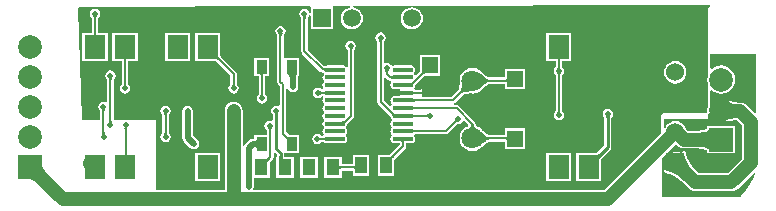
<source format=gtl>
G04*
G04 #@! TF.GenerationSoftware,Altium Limited,Altium Designer,20.1.8 (145)*
G04*
G04 Layer_Physical_Order=1*
G04 Layer_Color=255*
%FSLAX25Y25*%
%MOIN*%
G70*
G04*
G04 #@! TF.SameCoordinates,ADFB47FA-FD8B-4379-A6DC-C8A90555AE01*
G04*
G04*
G04 #@! TF.FilePolarity,Positive*
G04*
G01*
G75*
%ADD11C,0.01000*%
%ADD15R,0.03543X0.04720*%
%ADD16R,0.07087X0.07874*%
%ADD17R,0.04459X0.05421*%
%ADD18R,0.05315X0.05551*%
%ADD19O,0.06858X0.01433*%
%ADD20R,0.03937X0.05510*%
%ADD35C,0.04500*%
%ADD36C,0.00700*%
%ADD37C,0.02000*%
%ADD38C,0.03000*%
%ADD39C,0.07874*%
%ADD40R,0.07874X0.07874*%
%ADD41C,0.07087*%
%ADD42C,0.05906*%
%ADD43R,0.05906X0.05906*%
%ADD44C,0.06000*%
%ADD45R,0.06000X0.06000*%
%ADD46C,0.02000*%
G36*
X679834Y343516D02*
X679774Y343443D01*
X679721Y343368D01*
X679676Y343290D01*
X679637Y343209D01*
X679606Y343125D01*
X679581Y343039D01*
X679564Y342950D01*
X679554Y342858D01*
X679550Y342763D01*
X678850D01*
X678847Y342858D01*
X678836Y342950D01*
X678819Y343039D01*
X678794Y343125D01*
X678762Y343209D01*
X678724Y343290D01*
X678679Y343368D01*
X678626Y343443D01*
X678567Y343516D01*
X678500Y343586D01*
X679900D01*
X679834Y343516D01*
D02*
G37*
G36*
X814436Y346936D02*
X813800Y346300D01*
Y324236D01*
X813582Y323710D01*
X813423Y322500D01*
X813582Y321289D01*
X813800Y320764D01*
Y314236D01*
X813582Y313710D01*
X813423Y312500D01*
X813528Y311700D01*
X813101Y311200D01*
X798700D01*
X798200Y310700D01*
Y304680D01*
X779096Y285576D01*
X662357Y285576D01*
X662121Y286016D01*
X662201Y286137D01*
X662333Y286800D01*
Y289795D01*
X667755D01*
Y295078D01*
X667896Y295243D01*
X668579Y295925D01*
X668811Y296273D01*
X668892Y296683D01*
Y297970D01*
X669392Y298178D01*
X670077Y297493D01*
Y296639D01*
X670076Y296616D01*
X669771D01*
Y295917D01*
X669769Y295909D01*
X669771Y295900D01*
Y289795D01*
X675629D01*
Y296616D01*
X672531D01*
X672529Y296630D01*
X672523Y296689D01*
Y297447D01*
X672528Y297945D01*
X672984Y297945D01*
X677472D01*
Y304065D01*
X674239D01*
X674230Y304067D01*
X674222Y304065D01*
X674068D01*
X673899Y304209D01*
X673171Y304937D01*
Y319429D01*
X673671Y319478D01*
X673699Y319337D01*
X674074Y318774D01*
X674637Y318399D01*
X675300Y318267D01*
X675963Y318399D01*
X676526Y318774D01*
X676901Y319337D01*
X677033Y320000D01*
Y322867D01*
X677052Y323203D01*
X677079Y323417D01*
X677101Y323535D01*
X677472D01*
Y324236D01*
X677473Y324244D01*
X677472Y324253D01*
Y329655D01*
X672771D01*
X672528Y329655D01*
X672271Y330048D01*
Y337144D01*
X672276Y337172D01*
X672284Y337201D01*
X672295Y337229D01*
X672308Y337256D01*
X672324Y337284D01*
X672344Y337313D01*
X672357Y337328D01*
X672426Y337374D01*
X672801Y337937D01*
X672933Y338600D01*
X672801Y339263D01*
X672426Y339826D01*
X671863Y340201D01*
X671200Y340333D01*
X670537Y340201D01*
X669974Y339826D01*
X669599Y339263D01*
X669467Y338600D01*
X669599Y337937D01*
X669974Y337374D01*
X670043Y337328D01*
X670056Y337313D01*
X670076Y337284D01*
X670092Y337256D01*
X670105Y337229D01*
X670116Y337201D01*
X670124Y337172D01*
X670129Y337144D01*
Y321753D01*
X670211Y321343D01*
X670443Y320996D01*
X671029Y320410D01*
Y313924D01*
X670529Y313657D01*
X670463Y313701D01*
X669800Y313833D01*
X669137Y313701D01*
X668574Y313326D01*
X668199Y312763D01*
X668067Y312100D01*
X668199Y311437D01*
X668567Y310886D01*
X668567Y310884D01*
X668573Y310848D01*
X668576Y310806D01*
Y309048D01*
X668077Y308738D01*
X667600Y308833D01*
X666937Y308701D01*
X666374Y308326D01*
X665999Y307763D01*
X665867Y307100D01*
X665999Y306437D01*
X666374Y305874D01*
X666629Y305704D01*
X666674Y305659D01*
X666720Y305627D01*
X666731Y305618D01*
X666737Y305611D01*
X666740Y305608D01*
X666742Y305604D01*
X666745Y305599D01*
X666748Y305589D01*
X666751Y305577D01*
Y304065D01*
X662528D01*
Y302746D01*
X662427Y302738D01*
X661972D01*
X661308Y302606D01*
X660746Y302231D01*
X659374Y300859D01*
X659075Y300412D01*
X658575Y300537D01*
Y312100D01*
X658474Y312870D01*
X658177Y313588D01*
X657704Y314204D01*
X657088Y314677D01*
X656370Y314974D01*
X655600Y315075D01*
X654830Y314974D01*
X654112Y314677D01*
X653496Y314204D01*
X653023Y313588D01*
X652726Y312870D01*
X652625Y312100D01*
Y285576D01*
X629600D01*
Y300300D01*
Y309103D01*
X615571D01*
Y322344D01*
X615576Y322372D01*
X615584Y322401D01*
X615595Y322429D01*
X615608Y322456D01*
X615624Y322484D01*
X615644Y322513D01*
X615657Y322528D01*
X615726Y322574D01*
X616101Y323137D01*
X616233Y323800D01*
X616101Y324463D01*
X615726Y325026D01*
X615163Y325401D01*
X614500Y325533D01*
X613837Y325401D01*
X613274Y325026D01*
X612899Y324463D01*
X612767Y323800D01*
X612899Y323137D01*
X613274Y322574D01*
X613343Y322528D01*
X613356Y322513D01*
X613376Y322484D01*
X613392Y322456D01*
X613405Y322429D01*
X613416Y322401D01*
X613424Y322372D01*
X613429Y322344D01*
Y315324D01*
X612929Y315057D01*
X612863Y315101D01*
X612200Y315233D01*
X611537Y315101D01*
X610974Y314726D01*
X610599Y314163D01*
X610467Y313500D01*
X610599Y312837D01*
X610974Y312274D01*
X611043Y312228D01*
X611056Y312213D01*
X611076Y312184D01*
X611092Y312156D01*
X611105Y312129D01*
X611116Y312102D01*
X611124Y312072D01*
X611129Y312044D01*
Y309103D01*
X605200D01*
X603729Y346373D01*
X604075Y346734D01*
X681166Y346977D01*
X681347Y346478D01*
Y344782D01*
X680847Y344733D01*
X680801Y344963D01*
X680426Y345526D01*
X679863Y345901D01*
X679200Y346033D01*
X678537Y345901D01*
X677974Y345526D01*
X677599Y344963D01*
X677467Y344300D01*
X677599Y343637D01*
X677974Y343074D01*
X678043Y343028D01*
X678056Y343013D01*
X678076Y342984D01*
X678092Y342956D01*
X678105Y342929D01*
X678116Y342901D01*
X678124Y342872D01*
X678129Y342844D01*
Y331900D01*
X678211Y331490D01*
X678443Y331143D01*
X684458Y325128D01*
X684806Y324896D01*
X685215Y324814D01*
X685622Y324530D01*
Y324265D01*
X685583Y324148D01*
X685309Y323738D01*
X685199Y323185D01*
X685309Y322633D01*
X685583Y322223D01*
X685635Y322029D01*
Y321782D01*
X685583Y321589D01*
X685309Y321179D01*
X685199Y320626D01*
X685309Y320074D01*
X685496Y319794D01*
X685340Y319278D01*
X685285Y319254D01*
X685152Y319210D01*
X684965Y319234D01*
X684926Y319293D01*
X684363Y319669D01*
X683700Y319801D01*
X683037Y319669D01*
X682474Y319293D01*
X682099Y318731D01*
X681967Y318067D01*
X682099Y317404D01*
X682474Y316842D01*
X683037Y316466D01*
X683700Y316334D01*
X684363Y316466D01*
X684926Y316842D01*
X684965Y316900D01*
X685152Y316924D01*
X685285Y316881D01*
X685340Y316857D01*
X685496Y316341D01*
X685309Y316061D01*
X685199Y315508D01*
X685309Y314956D01*
X685583Y314546D01*
X685635Y314352D01*
Y314105D01*
X685583Y313912D01*
X685309Y313502D01*
X685199Y312949D01*
X685309Y312397D01*
X685584Y311986D01*
X685635Y311794D01*
Y311544D01*
X685584Y311353D01*
X685309Y310942D01*
X685199Y310389D01*
X685309Y309837D01*
X685583Y309427D01*
X685635Y309233D01*
Y308986D01*
X685583Y308793D01*
X685309Y308383D01*
X685199Y307830D01*
X685309Y307278D01*
X685583Y306868D01*
X685635Y306675D01*
Y306427D01*
X685583Y306234D01*
X685309Y305824D01*
X685199Y305271D01*
X685309Y304719D01*
X685574Y304322D01*
X685578Y304312D01*
X685591Y304243D01*
X685592Y304212D01*
X685364Y303783D01*
X684956D01*
X684928Y303788D01*
X684899Y303797D01*
X684871Y303807D01*
X684844Y303820D01*
X684816Y303836D01*
X684787Y303856D01*
X684772Y303869D01*
X684726Y303938D01*
X684163Y304314D01*
X683500Y304446D01*
X682837Y304314D01*
X682274Y303938D01*
X681899Y303376D01*
X681767Y302712D01*
X681899Y302049D01*
X682274Y301487D01*
X682837Y301111D01*
X683500Y300979D01*
X684163Y301111D01*
X684726Y301487D01*
X684772Y301555D01*
X684787Y301568D01*
X684816Y301589D01*
X684844Y301605D01*
X684871Y301618D01*
X684899Y301628D01*
X684928Y301636D01*
X684956Y301642D01*
X685457D01*
X685473Y301640D01*
X685540Y301631D01*
X685605Y301617D01*
X685668Y301600D01*
X685730Y301580D01*
X685791Y301555D01*
X685851Y301526D01*
X685912Y301493D01*
X685989Y301444D01*
X685995Y301442D01*
X686091Y301378D01*
X686241Y301348D01*
X686249Y301345D01*
X686256Y301345D01*
X686644Y301268D01*
X692069D01*
X692622Y301378D01*
X693090Y301691D01*
X693403Y302160D01*
X693513Y302712D01*
X693403Y303265D01*
X693129Y303675D01*
X693078Y303868D01*
Y304116D01*
X693129Y304309D01*
X693403Y304719D01*
X693513Y305271D01*
X693403Y305824D01*
X693129Y306234D01*
X693078Y306427D01*
Y306675D01*
X693129Y306868D01*
X693310Y307138D01*
X693315Y307142D01*
X693318Y307150D01*
X693403Y307278D01*
X693426Y307391D01*
X693428Y307397D01*
X693449Y307486D01*
X693468Y307552D01*
X693490Y307615D01*
X693516Y307676D01*
X693545Y307734D01*
X693578Y307791D01*
X693614Y307846D01*
X693655Y307900D01*
X693665Y307913D01*
X695491Y309739D01*
X695491Y309739D01*
X695723Y310086D01*
X695805Y310496D01*
X695805Y310496D01*
Y332271D01*
X695811Y332311D01*
X695821Y332354D01*
X695834Y332397D01*
X695850Y332440D01*
X695870Y332484D01*
X695894Y332529D01*
X695922Y332575D01*
X695966Y332640D01*
X695994Y332704D01*
X696170Y332968D01*
X696302Y333631D01*
X696170Y334295D01*
X695794Y334857D01*
X695232Y335233D01*
X694568Y335365D01*
X693905Y335233D01*
X693343Y334857D01*
X692967Y334295D01*
X692835Y333631D01*
X692967Y332968D01*
X693343Y332406D01*
X693532Y332279D01*
X693563Y332244D01*
X693611Y332208D01*
X693627Y332193D01*
X693638Y332181D01*
X693645Y332171D01*
X693650Y332161D01*
X693655Y332150D01*
X693660Y332135D01*
X693664Y332119D01*
Y326807D01*
X693164Y326655D01*
X693090Y326766D01*
X692622Y327079D01*
X692069Y327189D01*
X686644D01*
X686272Y327115D01*
X686271Y327115D01*
X686267Y327114D01*
X686238Y327108D01*
X686230D01*
X686221Y327105D01*
X686091Y327079D01*
X686009Y327024D01*
X686007Y327024D01*
X685983Y327009D01*
X685980Y327008D01*
X685971Y327005D01*
X685863Y326978D01*
X685821Y326972D01*
X685655Y326959D01*
X680271Y332343D01*
Y342844D01*
X680276Y342872D01*
X680284Y342901D01*
X680295Y342929D01*
X680308Y342956D01*
X680324Y342984D01*
X680344Y343013D01*
X680357Y343028D01*
X680426Y343074D01*
X680801Y343637D01*
X680847Y343867D01*
X681347Y343818D01*
Y339247D01*
X688653D01*
Y346501D01*
X688653Y346553D01*
X688776Y347002D01*
X694475Y347020D01*
X694509Y346520D01*
X694046Y346459D01*
X693158Y346091D01*
X692395Y345505D01*
X691809Y344742D01*
X691441Y343854D01*
X691316Y342900D01*
X691441Y341946D01*
X691809Y341058D01*
X692395Y340295D01*
X693158Y339709D01*
X694046Y339341D01*
X695000Y339216D01*
X695954Y339341D01*
X696842Y339709D01*
X697605Y340295D01*
X698191Y341058D01*
X698559Y341946D01*
X698684Y342900D01*
X698559Y343854D01*
X698191Y344742D01*
X697605Y345505D01*
X696842Y346091D01*
X695954Y346459D01*
X695468Y346523D01*
X695500Y347023D01*
X814244Y347398D01*
X814436Y346936D01*
D02*
G37*
G36*
X671834Y337816D02*
X671774Y337743D01*
X671722Y337668D01*
X671676Y337590D01*
X671637Y337509D01*
X671606Y337425D01*
X671582Y337339D01*
X671564Y337250D01*
X671554Y337158D01*
X671550Y337063D01*
X670850D01*
X670847Y337158D01*
X670836Y337250D01*
X670819Y337339D01*
X670794Y337425D01*
X670762Y337509D01*
X670724Y337590D01*
X670679Y337668D01*
X670626Y337743D01*
X670567Y337816D01*
X670500Y337886D01*
X671900D01*
X671834Y337816D01*
D02*
G37*
G36*
X695322Y332962D02*
X695272Y332880D01*
X695228Y332796D01*
X695190Y332711D01*
X695157Y332625D01*
X695131Y332537D01*
X695111Y332449D01*
X695096Y332359D01*
X695087Y332267D01*
X695084Y332175D01*
X694384Y332049D01*
X694380Y332145D01*
X694369Y332237D01*
X694349Y332324D01*
X694322Y332407D01*
X694287Y332485D01*
X694245Y332559D01*
X694194Y332629D01*
X694136Y332694D01*
X694070Y332755D01*
X693997Y332811D01*
X695377Y333043D01*
X695322Y332962D01*
D02*
G37*
G36*
X686136Y325236D02*
X686091Y325293D01*
X686037Y325344D01*
X685974Y325388D01*
X685901Y325427D01*
X685819Y325460D01*
X685727Y325487D01*
X685626Y325508D01*
X685516Y325523D01*
X685396Y325532D01*
X685267Y325535D01*
X685424Y326235D01*
X685557Y326236D01*
X685904Y326262D01*
X686003Y326278D01*
X686175Y326320D01*
X686248Y326345D01*
X686312Y326375D01*
X686369Y326408D01*
X686136Y325236D01*
D02*
G37*
G36*
X615133Y323016D02*
X615074Y322943D01*
X615022Y322868D01*
X614976Y322790D01*
X614937Y322709D01*
X614906Y322625D01*
X614882Y322539D01*
X614864Y322450D01*
X614853Y322358D01*
X614850Y322263D01*
X614150D01*
X614147Y322358D01*
X614136Y322450D01*
X614118Y322539D01*
X614094Y322625D01*
X614062Y322709D01*
X614024Y322790D01*
X613978Y322868D01*
X613926Y322943D01*
X613867Y323016D01*
X613800Y323086D01*
X615200D01*
X615133Y323016D01*
D02*
G37*
G36*
X676760Y324247D02*
X676672Y324227D01*
X676594Y324167D01*
X676525Y324067D01*
X676466Y323927D01*
X676415Y323747D01*
X676373Y323527D01*
X676341Y323267D01*
X676305Y322627D01*
X676300Y322247D01*
X674300D01*
X674290Y322629D01*
X674260Y322970D01*
X674210Y323272D01*
X674140Y323533D01*
X674050Y323754D01*
X673940Y323935D01*
X673810Y324077D01*
X673660Y324177D01*
X673490Y324238D01*
X673300Y324259D01*
X676760Y324247D01*
D02*
G37*
G36*
X829800Y311425D02*
X829338Y311234D01*
X826614Y313958D01*
X825997Y314431D01*
X825280Y314728D01*
X824510Y314830D01*
X823569D01*
X822930Y314874D01*
X822649Y314913D01*
X822405Y314962D01*
X822208Y315017D01*
X822062Y315074D01*
X821968Y315125D01*
X821923Y315159D01*
X821860Y315230D01*
X821778Y315293D01*
X821703Y315363D01*
X821668Y315376D01*
X821639Y315399D01*
X821539Y315425D01*
X821443Y315462D01*
X821405Y315460D01*
X821370Y315470D01*
X821267Y315456D01*
X821164Y315453D01*
X821130Y315438D01*
X821094Y315433D01*
X821004Y315381D01*
X820910Y315338D01*
X820885Y315311D01*
X820853Y315293D01*
X820790Y315210D01*
X820720Y315135D01*
X820707Y315100D01*
X820684Y315071D01*
X820658Y314971D01*
X820621Y314875D01*
X820614Y314830D01*
X819909D01*
X819588Y315077D01*
X818870Y315374D01*
X818100Y315476D01*
X817330Y315374D01*
X816612Y315077D01*
X815996Y314604D01*
X815523Y313988D01*
X815226Y313270D01*
X815125Y312500D01*
X815226Y311730D01*
X815523Y311012D01*
X815996Y310396D01*
X816642Y309751D01*
X817258Y309278D01*
X817976Y308980D01*
X818746Y308879D01*
X819869D01*
X819914Y308837D01*
X819978Y308761D01*
X820014Y308743D01*
X820044Y308715D01*
X820137Y308680D01*
X820226Y308634D01*
X820266Y308631D01*
X820305Y308616D01*
X820404Y308619D01*
X820503Y308611D01*
X820542Y308624D01*
X820583Y308625D01*
X820674Y308666D01*
X820768Y308697D01*
X820814Y308722D01*
X820859Y308738D01*
X820975Y308766D01*
X821124Y308792D01*
X822560Y308879D01*
X823277D01*
X824924Y307231D01*
Y295832D01*
X820267Y291176D01*
X810732D01*
X809121Y292787D01*
X808893Y293025D01*
X808377Y293621D01*
X807925Y294205D01*
X807538Y294776D01*
X807214Y295332D01*
X806953Y295873D01*
X806754Y296399D01*
X806613Y296909D01*
X806530Y297405D01*
X806501Y297928D01*
X806471Y298044D01*
X806447Y298161D01*
X806436Y298178D01*
X806431Y298198D01*
X806359Y298293D01*
X806293Y298393D01*
X806276Y298404D01*
X806263Y298420D01*
X806161Y298481D01*
X806061Y298547D01*
X806041Y298551D01*
X806024Y298562D01*
X805905Y298578D01*
X805788Y298602D01*
X805768Y298598D01*
X805748Y298601D01*
X805632Y298571D01*
X805515Y298547D01*
X805498Y298536D01*
X805478Y298531D01*
X805383Y298459D01*
X805283Y298393D01*
X804733Y297842D01*
X804688Y297877D01*
X803970Y298174D01*
X803200Y298275D01*
X802430Y298174D01*
X801712Y297877D01*
X801096Y297404D01*
X800696Y297004D01*
X800223Y296388D01*
X799926Y295670D01*
X799824Y294900D01*
X799926Y294130D01*
X800223Y293412D01*
X800258Y293367D01*
X799307Y292417D01*
X799241Y292317D01*
X799169Y292222D01*
X799164Y292202D01*
X799153Y292185D01*
X799129Y292068D01*
X799099Y291952D01*
X799102Y291932D01*
X799098Y291912D01*
X799122Y291795D01*
X799138Y291676D01*
X799149Y291659D01*
X799153Y291639D01*
X799219Y291540D01*
X799280Y291437D01*
X799296Y291424D01*
X799307Y291407D01*
X799407Y291341D01*
X799502Y291269D01*
X799522Y291264D01*
X799539Y291253D01*
X799656Y291229D01*
X799772Y291199D01*
X800295Y291170D01*
X800791Y291087D01*
X801301Y290947D01*
X801827Y290747D01*
X802368Y290486D01*
X802924Y290162D01*
X803486Y289780D01*
X804682Y288800D01*
X804913Y288579D01*
X807396Y286096D01*
X808012Y285623D01*
X808730Y285326D01*
X809500Y285225D01*
X821500D01*
X822270Y285326D01*
X822988Y285623D01*
X823604Y286096D01*
X828971Y291463D01*
X829395Y291199D01*
X828966Y289933D01*
X827869Y287710D01*
X826492Y285649D01*
X824858Y283785D01*
X824419Y283400D01*
X798400D01*
Y296464D01*
X802917Y300981D01*
X803502Y300396D01*
X804118Y299923D01*
X804836Y299626D01*
X805606Y299524D01*
X810268D01*
X810499Y299520D01*
X811228Y299472D01*
X811856Y299394D01*
X812381Y299289D01*
X812797Y299162D01*
X813101Y299024D01*
X813295Y298890D01*
X813394Y298779D01*
X813439Y298686D01*
X813463Y298513D01*
Y297863D01*
X814166D01*
X814175Y297861D01*
X814184Y297863D01*
X822737D01*
Y307137D01*
X814184D01*
X814175Y307139D01*
X814166Y307137D01*
X813463D01*
Y306487D01*
X813439Y306314D01*
X813394Y306221D01*
X813295Y306110D01*
X813101Y305976D01*
X812797Y305838D01*
X812381Y305711D01*
X811866Y305608D01*
X810490Y305480D01*
X810268Y305475D01*
X806838D01*
X806374Y305940D01*
X806032Y306766D01*
X805439Y307539D01*
X804666Y308132D01*
X803766Y308505D01*
X802800Y308632D01*
X801834Y308505D01*
X800934Y308132D01*
X800161Y307539D01*
X799568Y306766D01*
X799414Y306393D01*
X798914Y306493D01*
Y309476D01*
X813676D01*
X813700Y309500D01*
X813719Y310824D01*
X814071Y311236D01*
X814080Y311253D01*
X814095Y311265D01*
X814148Y311374D01*
X814207Y311479D01*
X814209Y311498D01*
X814218Y311515D01*
X814226Y311636D01*
X814240Y311755D01*
X814235Y311774D01*
X814236Y311793D01*
X814143Y312500D01*
X814278Y313524D01*
X814459Y313963D01*
X814514Y314236D01*
Y318777D01*
X815014Y319023D01*
X815761Y318450D01*
X816889Y317982D01*
X818100Y317823D01*
X819310Y317982D01*
X820438Y318450D01*
X821407Y319193D01*
X822150Y320162D01*
X822618Y321289D01*
X822777Y322500D01*
X822618Y323710D01*
X822150Y324838D01*
X821407Y325807D01*
X820438Y326550D01*
X819310Y327018D01*
X818100Y327177D01*
X816889Y327018D01*
X815761Y326550D01*
X815014Y325977D01*
X814514Y326223D01*
Y330900D01*
X829800D01*
Y311425D01*
D02*
G37*
G36*
X686369Y317404D02*
X686274Y317463D01*
X686177Y317517D01*
X686078Y317564D01*
X685977Y317604D01*
X685874Y317639D01*
X685770Y317667D01*
X685663Y317689D01*
X685554Y317705D01*
X685443Y317714D01*
X685330Y317717D01*
Y318417D01*
X685443Y318420D01*
X685554Y318430D01*
X685663Y318445D01*
X685770Y318467D01*
X685874Y318496D01*
X685977Y318530D01*
X686078Y318571D01*
X686177Y318618D01*
X686274Y318671D01*
X686369Y318731D01*
Y317404D01*
D02*
G37*
G36*
X684484Y318701D02*
X684557Y318641D01*
X684632Y318589D01*
X684710Y318543D01*
X684791Y318505D01*
X684875Y318473D01*
X684961Y318449D01*
X685050Y318431D01*
X685142Y318421D01*
X685237Y318417D01*
Y317717D01*
X685142Y317714D01*
X685050Y317703D01*
X684961Y317686D01*
X684875Y317661D01*
X684791Y317630D01*
X684710Y317591D01*
X684632Y317546D01*
X684557Y317493D01*
X684484Y317434D01*
X684414Y317367D01*
Y318767D01*
X684484Y318701D01*
D02*
G37*
G36*
X612833Y312716D02*
X612774Y312643D01*
X612721Y312568D01*
X612676Y312490D01*
X612638Y312409D01*
X612606Y312325D01*
X612581Y312239D01*
X612564Y312150D01*
X612554Y312058D01*
X612550Y311963D01*
X611850D01*
X611846Y312058D01*
X611836Y312150D01*
X611819Y312239D01*
X611794Y312325D01*
X611763Y312409D01*
X611724Y312490D01*
X611679Y312568D01*
X611626Y312643D01*
X611566Y312716D01*
X611500Y312786D01*
X612900D01*
X612833Y312716D01*
D02*
G37*
G36*
X670462Y311343D02*
X670428Y311293D01*
X670398Y311236D01*
X670372Y311172D01*
X670350Y311100D01*
X670332Y311021D01*
X670318Y310935D01*
X670308Y310842D01*
X670300Y310634D01*
X669300D01*
X669298Y310742D01*
X669282Y310935D01*
X669268Y311021D01*
X669250Y311100D01*
X669228Y311172D01*
X669202Y311236D01*
X669172Y311293D01*
X669138Y311343D01*
X669100Y311386D01*
X670500D01*
X670462Y311343D01*
D02*
G37*
G36*
X821435Y314633D02*
X821581Y314522D01*
X821763Y314424D01*
X821982Y314340D01*
X822237Y314268D01*
X822528Y314209D01*
X822856Y314163D01*
X823621Y314111D01*
X824057Y314104D01*
X823130Y309604D01*
X822685Y309602D01*
X821042Y309502D01*
X820829Y309465D01*
X820654Y309423D01*
X820519Y309374D01*
X820422Y309320D01*
X821325Y314758D01*
X821435Y314633D01*
D02*
G37*
G36*
X693245Y308512D02*
X693167Y308430D01*
X693096Y308345D01*
X693030Y308257D01*
X692970Y308165D01*
X692916Y308071D01*
X692867Y307974D01*
X692825Y307874D01*
X692788Y307771D01*
X692757Y307665D01*
X692732Y307555D01*
X691797Y308537D01*
X691849Y308497D01*
X691911Y308476D01*
X691982Y308475D01*
X692063Y308493D01*
X692153Y308530D01*
X692253Y308587D01*
X692363Y308663D01*
X692483Y308758D01*
X692612Y308873D01*
X692750Y309007D01*
X693245Y308512D01*
D02*
G37*
G36*
X614853Y308742D02*
X614864Y308650D01*
X614882Y308561D01*
X614906Y308475D01*
X614937Y308391D01*
X614976Y308310D01*
X615022Y308232D01*
X615074Y308157D01*
X615133Y308084D01*
X615200Y308014D01*
X613800D01*
X613867Y308084D01*
X613926Y308157D01*
X613978Y308232D01*
X614024Y308310D01*
X614062Y308391D01*
X614094Y308475D01*
X614118Y308561D01*
X614136Y308650D01*
X614147Y308742D01*
X614150Y308837D01*
X614850D01*
X614853Y308742D01*
D02*
G37*
G36*
X620233Y306416D02*
X620174Y306343D01*
X620121Y306268D01*
X620076Y306190D01*
X620038Y306109D01*
X620006Y306025D01*
X619981Y305939D01*
X619964Y305850D01*
X619953Y305758D01*
X619950Y305663D01*
X619250D01*
X619246Y305758D01*
X619236Y305850D01*
X619218Y305939D01*
X619194Y306025D01*
X619163Y306109D01*
X619124Y306190D01*
X619078Y306268D01*
X619026Y306343D01*
X618966Y306416D01*
X618900Y306486D01*
X620300D01*
X620233Y306416D01*
D02*
G37*
G36*
X668390Y306475D02*
X668304Y306304D01*
X668269Y306217D01*
X668239Y306130D01*
X668215Y306042D01*
X668196Y305952D01*
X668182Y305862D01*
X668174Y305771D01*
X668172Y305679D01*
X667472Y305508D01*
X667468Y305605D01*
X667456Y305697D01*
X667436Y305783D01*
X667408Y305865D01*
X667373Y305942D01*
X667329Y306013D01*
X667278Y306080D01*
X667218Y306141D01*
X667151Y306197D01*
X667076Y306248D01*
X668441Y306559D01*
X668390Y306475D01*
D02*
G37*
G36*
X612554Y304773D02*
X612565Y304681D01*
X612584Y304593D01*
X612610Y304508D01*
X612644Y304428D01*
X612685Y304351D01*
X612734Y304278D01*
X612790Y304208D01*
X612854Y304142D01*
X612925Y304081D01*
X611532Y303941D01*
X611592Y304018D01*
X611647Y304097D01*
X611694Y304177D01*
X611735Y304260D01*
X611770Y304344D01*
X611799Y304430D01*
X611821Y304518D01*
X611837Y304608D01*
X611847Y304700D01*
X611850Y304793D01*
X612550Y304868D01*
X612554Y304773D01*
D02*
G37*
G36*
X673384Y303709D02*
X673641Y303492D01*
X673755Y303412D01*
X673859Y303353D01*
X673953Y303313D01*
X674037Y303294D01*
X674112D01*
X674176Y303313D01*
X674230Y303353D01*
X673240Y302363D01*
X673280Y302417D01*
X673300Y302482D01*
Y302556D01*
X673280Y302640D01*
X673240Y302734D01*
X673181Y302838D01*
X673102Y302952D01*
X673003Y303076D01*
X672745Y303353D01*
X673240Y303848D01*
X673384Y303709D01*
D02*
G37*
G36*
X686369Y302049D02*
X686274Y302108D01*
X686177Y302162D01*
X686078Y302209D01*
X685977Y302249D01*
X685874Y302284D01*
X685770Y302312D01*
X685663Y302334D01*
X685554Y302350D01*
X685443Y302359D01*
X685330Y302362D01*
Y303062D01*
X685443Y303065D01*
X685554Y303075D01*
X685663Y303091D01*
X685770Y303113D01*
X685874Y303141D01*
X685977Y303175D01*
X686078Y303216D01*
X686177Y303263D01*
X686274Y303316D01*
X686369Y303376D01*
Y302049D01*
D02*
G37*
G36*
X684284Y303346D02*
X684357Y303286D01*
X684432Y303234D01*
X684510Y303188D01*
X684591Y303150D01*
X684675Y303118D01*
X684761Y303094D01*
X684850Y303076D01*
X684942Y303066D01*
X685037Y303062D01*
Y302362D01*
X684942Y302359D01*
X684850Y302348D01*
X684761Y302331D01*
X684675Y302306D01*
X684591Y302275D01*
X684510Y302236D01*
X684432Y302191D01*
X684357Y302138D01*
X684284Y302079D01*
X684214Y302012D01*
Y303412D01*
X684284Y303346D01*
D02*
G37*
G36*
X663240Y299736D02*
X663228Y299787D01*
X663190Y299833D01*
X663126Y299873D01*
X663037Y299908D01*
X662923Y299938D01*
X662784Y299962D01*
X662619Y299981D01*
X662213Y300002D01*
X661972Y300005D01*
Y302005D01*
X662213Y302008D01*
X662784Y302048D01*
X662923Y302072D01*
X663037Y302102D01*
X663126Y302137D01*
X663190Y302177D01*
X663228Y302223D01*
X663240Y302274D01*
Y299736D01*
D02*
G37*
G36*
X814175Y298575D02*
X814130Y298893D01*
X813995Y299178D01*
X813770Y299429D01*
X813455Y299647D01*
X813050Y299831D01*
X812555Y299982D01*
X811970Y300099D01*
X811295Y300183D01*
X810530Y300233D01*
X809675Y300250D01*
Y304750D01*
X810530Y304767D01*
X811970Y304901D01*
X812555Y305018D01*
X813050Y305169D01*
X813455Y305353D01*
X813770Y305571D01*
X813995Y305822D01*
X814130Y306107D01*
X814175Y306425D01*
Y298575D01*
D02*
G37*
G36*
X619953Y297672D02*
X619964Y297553D01*
X619981Y297448D01*
X620006Y297357D01*
X620038Y297280D01*
X620076Y297217D01*
X620121Y297168D01*
X620174Y297133D01*
X620233Y297112D01*
X620300Y297105D01*
X618900D01*
X618966Y297112D01*
X619026Y297133D01*
X619078Y297168D01*
X619124Y297217D01*
X619163Y297280D01*
X619194Y297357D01*
X619218Y297448D01*
X619236Y297553D01*
X619246Y297672D01*
X619250Y297805D01*
X619950D01*
X619953Y297672D01*
D02*
G37*
G36*
X671805Y296713D02*
X671820Y296541D01*
X671845Y296390D01*
X671880Y296258D01*
X671925Y296147D01*
X671980Y296056D01*
X672045Y295985D01*
X672120Y295934D01*
X672205Y295903D01*
X672300Y295892D01*
X670483Y295904D01*
X670543Y295914D01*
X670597Y295944D01*
X670645Y295994D01*
X670686Y296064D01*
X670721Y296154D01*
X670749Y296264D01*
X670771Y296394D01*
X670787Y296544D01*
X670800Y296904D01*
X671800D01*
X671805Y296713D01*
D02*
G37*
G36*
X667538Y295904D02*
X667399Y295760D01*
X667178Y295501D01*
X667098Y295387D01*
X667037Y295283D01*
X666997Y295189D01*
X666976Y295105D01*
X666974Y295031D01*
X666993Y294968D01*
X667031Y294914D01*
X666053Y295892D01*
X666107Y295854D01*
X666170Y295835D01*
X666244Y295836D01*
X666328Y295858D01*
X666422Y295898D01*
X666526Y295959D01*
X666640Y296039D01*
X666764Y296139D01*
X667043Y296399D01*
X667538Y295904D01*
D02*
G37*
G36*
X666086Y294447D02*
X666030Y294374D01*
X665986Y294303D01*
X665954Y294234D01*
X665934Y294167D01*
X665927Y294100D01*
X665931Y294036D01*
X665948Y293973D01*
X665977Y293912D01*
X666019Y293852D01*
X664709Y294073D01*
X664718Y294080D01*
X664734Y294095D01*
X665154Y294510D01*
X666155Y294520D01*
X666086Y294447D01*
D02*
G37*
G36*
X805820Y297325D02*
X805915Y296755D01*
X806074Y296177D01*
X806297Y295591D01*
X806583Y294997D01*
X806933Y294395D01*
X807347Y293786D01*
X807825Y293169D01*
X808365Y292545D01*
X808970Y291912D01*
X805788Y288730D01*
X805155Y289335D01*
X803914Y290353D01*
X803304Y290767D01*
X802703Y291116D01*
X802109Y291403D01*
X801523Y291626D01*
X800945Y291785D01*
X800375Y291880D01*
X799812Y291912D01*
X805788Y297888D01*
X805820Y297325D01*
D02*
G37*
G36*
X591470Y295564D02*
X591343Y295150D01*
Y294673D01*
X591470Y294132D01*
X591725Y293527D01*
X592107Y292859D01*
X592616Y292127D01*
X593252Y291332D01*
X594907Y289550D01*
X591725Y286368D01*
X590802Y287259D01*
X589148Y288659D01*
X588416Y289168D01*
X587747Y289550D01*
X587143Y289804D01*
X586602Y289932D01*
X586125D01*
X585711Y289804D01*
X585361Y289550D01*
X591725Y295914D01*
X591470Y295564D01*
D02*
G37*
G36*
X661932Y284850D02*
X661000Y280350D01*
X656500D01*
Y282600D01*
X657191Y285091D01*
X661932Y284850D01*
D02*
G37*
%LPC*%
G36*
X715000Y346584D02*
X714046Y346459D01*
X713158Y346091D01*
X712395Y345505D01*
X711809Y344742D01*
X711441Y343854D01*
X711316Y342900D01*
X711441Y341946D01*
X711809Y341058D01*
X712395Y340295D01*
X713158Y339709D01*
X714046Y339341D01*
X715000Y339216D01*
X715954Y339341D01*
X716842Y339709D01*
X717605Y340295D01*
X718191Y341058D01*
X718559Y341946D01*
X718684Y342900D01*
X718559Y343854D01*
X718191Y344742D01*
X717605Y345505D01*
X716842Y346091D01*
X715954Y346459D01*
X715000Y346584D01*
D02*
G37*
G36*
X641147Y338016D02*
X632660D01*
Y328742D01*
X641147D01*
Y338016D01*
D02*
G37*
G36*
X609400Y346133D02*
X608737Y346001D01*
X608174Y345626D01*
X607799Y345063D01*
X607667Y344400D01*
X607799Y343737D01*
X608174Y343174D01*
X608243Y343128D01*
X608256Y343113D01*
X608276Y343084D01*
X608292Y343056D01*
X608305Y343029D01*
X608316Y343002D01*
X608324Y342972D01*
X608329Y342944D01*
Y337975D01*
X605067D01*
Y328701D01*
X613553D01*
Y337975D01*
X610471D01*
Y342944D01*
X610476Y342972D01*
X610484Y343001D01*
X610495Y343029D01*
X610508Y343056D01*
X610524Y343084D01*
X610544Y343113D01*
X610557Y343128D01*
X610626Y343174D01*
X611001Y343737D01*
X611133Y344400D01*
X611001Y345063D01*
X610626Y345626D01*
X610063Y346001D01*
X609400Y346133D01*
D02*
G37*
G36*
X802800Y328632D02*
X801834Y328505D01*
X800934Y328132D01*
X800161Y327539D01*
X799568Y326766D01*
X799195Y325866D01*
X799068Y324900D01*
X799195Y323934D01*
X799568Y323034D01*
X800161Y322261D01*
X800934Y321668D01*
X801834Y321295D01*
X802800Y321168D01*
X803766Y321295D01*
X804666Y321668D01*
X805439Y322261D01*
X806032Y323034D01*
X806405Y323934D01*
X806532Y324900D01*
X806405Y325866D01*
X806032Y326766D01*
X805439Y327539D01*
X804666Y328132D01*
X803766Y328505D01*
X802800Y328632D01*
D02*
G37*
G36*
X704600Y338233D02*
X703937Y338101D01*
X703374Y337726D01*
X702999Y337163D01*
X702867Y336500D01*
X702999Y335837D01*
X703374Y335274D01*
X703407Y335253D01*
X703421Y335231D01*
X703439Y335198D01*
X703453Y335166D01*
X703465Y335134D01*
X703473Y335100D01*
X703479Y335068D01*
Y315089D01*
X703561Y314679D01*
X703793Y314332D01*
X707653Y310472D01*
X707664Y310459D01*
X707704Y310405D01*
X707741Y310350D01*
X707773Y310293D01*
X707802Y310234D01*
X707828Y310174D01*
X707851Y310111D01*
X707870Y310045D01*
X707890Y309956D01*
X707893Y309950D01*
X707915Y309837D01*
X708001Y309709D01*
X708004Y309701D01*
X708009Y309697D01*
X708189Y309427D01*
X708241Y309233D01*
Y308986D01*
X708189Y308793D01*
X707915Y308383D01*
X707805Y307830D01*
X707915Y307278D01*
X708189Y306868D01*
X708241Y306675D01*
Y306427D01*
X708189Y306234D01*
X707915Y305824D01*
X707805Y305271D01*
X707915Y304719D01*
X708189Y304309D01*
X708241Y304116D01*
Y303868D01*
X708189Y303675D01*
X707915Y303265D01*
X707805Y302712D01*
X707915Y302160D01*
X708228Y301691D01*
X708697Y301378D01*
X709250Y301268D01*
X710892D01*
Y300657D01*
X707760Y297526D01*
X707648Y297422D01*
X707565Y297355D01*
X707410D01*
X707402Y297357D01*
X707393Y297355D01*
X703766D01*
Y290445D01*
X709103D01*
Y295644D01*
X709105Y295653D01*
X709103Y295662D01*
Y295815D01*
X709247Y295985D01*
X712719Y299457D01*
X712951Y299804D01*
X713033Y300214D01*
Y301268D01*
X714675D01*
X715228Y301378D01*
X715696Y301691D01*
X716009Y302160D01*
X716119Y302712D01*
X716009Y303265D01*
X715744Y303662D01*
X715741Y303672D01*
X715728Y303741D01*
X715727Y303771D01*
X715954Y304201D01*
X726271D01*
X726681Y304282D01*
X727028Y304514D01*
X730027Y307513D01*
X730051Y307529D01*
X730078Y307544D01*
X730105Y307556D01*
X730133Y307566D01*
X730164Y307575D01*
X730199Y307581D01*
X730219Y307583D01*
X730300Y307567D01*
X730963Y307699D01*
X731526Y308074D01*
X731901Y308637D01*
X731917Y308715D01*
X732459Y308879D01*
X733805Y307534D01*
X733826Y307343D01*
X733772Y306994D01*
X733724Y306917D01*
X733642Y306867D01*
X733469Y306783D01*
X733432Y306755D01*
X733060Y306600D01*
X732174Y305920D01*
X731494Y305034D01*
X731066Y304002D01*
X730920Y302894D01*
X731066Y301786D01*
X731494Y300754D01*
X732174Y299868D01*
X733060Y299187D01*
X734092Y298760D01*
X735200Y298614D01*
X736308Y298760D01*
X737340Y299187D01*
X738226Y299868D01*
X738333Y300007D01*
X738633Y300305D01*
X738998Y300647D01*
X739672Y301215D01*
X739956Y301421D01*
X740216Y301586D01*
X740441Y301706D01*
X740625Y301781D01*
X740763Y301818D01*
X740817Y301823D01*
X745942D01*
Y299361D01*
X752658D01*
Y306313D01*
X745942D01*
Y303965D01*
X740817D01*
X740763Y303970D01*
X740625Y304007D01*
X740441Y304082D01*
X740216Y304202D01*
X739957Y304367D01*
X739678Y304569D01*
X738625Y305492D01*
X738331Y305784D01*
X738226Y305920D01*
X737340Y306600D01*
X736968Y306755D01*
X736931Y306783D01*
X736758Y306867D01*
X736636Y306941D01*
X736539Y307016D01*
X736462Y307090D01*
X736401Y307165D01*
X736354Y307242D01*
X736317Y307325D01*
X736289Y307419D01*
X736271Y307527D01*
X736271Y307541D01*
Y307653D01*
X736271Y307653D01*
X736189Y308062D01*
X735957Y308410D01*
X730660Y313706D01*
X730313Y313938D01*
X729903Y314020D01*
X729065D01*
X729012Y314519D01*
X729359Y314751D01*
X731985Y317377D01*
X732027Y317411D01*
X732151Y317483D01*
X732334Y317560D01*
X732578Y317634D01*
X732878Y317701D01*
X733218Y317755D01*
X734615Y317847D01*
X735030Y317848D01*
X735200Y317826D01*
X736308Y317972D01*
X737340Y318400D01*
X738226Y319080D01*
X738331Y319216D01*
X738634Y319517D01*
X738998Y319859D01*
X739672Y320427D01*
X739957Y320633D01*
X740216Y320798D01*
X740441Y320918D01*
X740625Y320993D01*
X740763Y321030D01*
X740817Y321035D01*
X745942D01*
Y319187D01*
X752658D01*
Y326139D01*
X745942D01*
Y323177D01*
X740817D01*
X740763Y323182D01*
X740625Y323219D01*
X740441Y323294D01*
X740216Y323414D01*
X739956Y323579D01*
X739678Y323781D01*
X738624Y324704D01*
X738333Y324993D01*
X738226Y325132D01*
X737340Y325813D01*
X736308Y326240D01*
X735200Y326386D01*
X734092Y326240D01*
X733060Y325813D01*
X732174Y325132D01*
X731494Y324246D01*
X731066Y323214D01*
X730920Y322106D01*
X730943Y321934D01*
X730941Y321509D01*
X730926Y321009D01*
X730850Y320131D01*
X730795Y319784D01*
X730728Y319484D01*
X730654Y319240D01*
X730577Y319057D01*
X730506Y318933D01*
X730471Y318891D01*
X728159Y316579D01*
X720266D01*
X720214Y317078D01*
X720561Y317310D01*
X721857Y318606D01*
X722089Y318953D01*
X722171Y319363D01*
X722089Y319773D01*
X721857Y320120D01*
X721510Y320352D01*
X721100Y320434D01*
X720690Y320352D01*
X720343Y320120D01*
X719513Y319290D01*
X719269Y319253D01*
X718971Y319272D01*
X718887Y319329D01*
X718808Y319394D01*
X718772Y319405D01*
X718740Y319427D01*
X718640Y319447D01*
X718542Y319477D01*
X718504Y319474D01*
X718467Y319481D01*
X718367Y319461D01*
X718265Y319452D01*
X718231Y319434D01*
X718193Y319427D01*
X718109Y319370D01*
X718018Y319323D01*
X717994Y319293D01*
X717962Y319272D01*
X717905Y319187D01*
X717864Y319138D01*
X715954D01*
X715727Y319567D01*
X715728Y319598D01*
X715741Y319667D01*
X715744Y319677D01*
X715916Y319934D01*
X715920Y319938D01*
X715924Y319946D01*
X716009Y320074D01*
X716032Y320187D01*
X716034Y320193D01*
X716055Y320282D01*
X716074Y320348D01*
X716096Y320411D01*
X716122Y320472D01*
X716151Y320530D01*
X716184Y320587D01*
X716220Y320642D01*
X716261Y320696D01*
X716271Y320709D01*
X719155Y323592D01*
X719263Y323693D01*
X719347Y323760D01*
X719349Y323761D01*
X724458D01*
Y330713D01*
X717742D01*
Y325232D01*
X717606Y325072D01*
X716446Y323911D01*
X715831Y324004D01*
X715735Y324148D01*
X715684Y324341D01*
Y324588D01*
X715735Y324782D01*
X716009Y325192D01*
X716119Y325744D01*
X716009Y326297D01*
X715696Y326766D01*
X715228Y327079D01*
X714675Y327189D01*
X709250D01*
X708697Y327079D01*
X708655Y327051D01*
X708023Y327230D01*
X707826Y327526D01*
X707263Y327901D01*
X706600Y328033D01*
X706121Y327938D01*
X705621Y328246D01*
Y335023D01*
X705626Y335048D01*
X705633Y335073D01*
X705642Y335096D01*
X705653Y335117D01*
X705667Y335140D01*
X705685Y335164D01*
X705708Y335190D01*
X705730Y335211D01*
X705826Y335274D01*
X706201Y335837D01*
X706333Y336500D01*
X706201Y337163D01*
X705826Y337726D01*
X705263Y338101D01*
X704600Y338233D01*
D02*
G37*
G36*
X651147Y338016D02*
X642660D01*
Y328742D01*
X649608D01*
X649773Y328602D01*
X654510Y323865D01*
Y321017D01*
X654504Y320988D01*
X654496Y320959D01*
X654486Y320932D01*
X654473Y320904D01*
X654457Y320877D01*
X654436Y320848D01*
X654424Y320832D01*
X654355Y320786D01*
X653979Y320224D01*
X653847Y319561D01*
X653979Y318897D01*
X654355Y318335D01*
X654917Y317959D01*
X655581Y317827D01*
X656244Y317959D01*
X656806Y318335D01*
X657182Y318897D01*
X657314Y319561D01*
X657182Y320224D01*
X656806Y320786D01*
X656737Y320832D01*
X656725Y320848D01*
X656704Y320877D01*
X656688Y320904D01*
X656675Y320932D01*
X656665Y320959D01*
X656657Y320988D01*
X656651Y321017D01*
Y324308D01*
X656570Y324718D01*
X656337Y325065D01*
X651313Y330090D01*
X651210Y330201D01*
X651147Y330279D01*
Y338016D01*
D02*
G37*
G36*
X623554Y337975D02*
X615067D01*
Y328701D01*
X618321D01*
Y320976D01*
X618315Y320947D01*
X618307Y320918D01*
X618296Y320890D01*
X618283Y320863D01*
X618267Y320836D01*
X618247Y320807D01*
X618234Y320791D01*
X618165Y320745D01*
X617790Y320183D01*
X617658Y319519D01*
X617790Y318856D01*
X618165Y318294D01*
X618728Y317918D01*
X619391Y317786D01*
X620054Y317918D01*
X620617Y318294D01*
X620993Y318856D01*
X621124Y319519D01*
X620993Y320183D01*
X620617Y320745D01*
X620548Y320791D01*
X620535Y320807D01*
X620515Y320836D01*
X620499Y320863D01*
X620486Y320890D01*
X620475Y320918D01*
X620467Y320947D01*
X620462Y320976D01*
Y328701D01*
X623554D01*
Y337975D01*
D02*
G37*
G36*
X667472Y329655D02*
X662528D01*
Y323535D01*
X663929D01*
Y317656D01*
X663924Y317628D01*
X663916Y317599D01*
X663905Y317571D01*
X663892Y317544D01*
X663876Y317516D01*
X663856Y317487D01*
X663843Y317472D01*
X663774Y317426D01*
X663399Y316863D01*
X663267Y316200D01*
X663399Y315537D01*
X663774Y314974D01*
X664337Y314599D01*
X665000Y314467D01*
X665663Y314599D01*
X666226Y314974D01*
X666601Y315537D01*
X666733Y316200D01*
X666601Y316863D01*
X666226Y317426D01*
X666157Y317472D01*
X666144Y317487D01*
X666124Y317516D01*
X666108Y317544D01*
X666095Y317571D01*
X666084Y317599D01*
X666076Y317628D01*
X666071Y317656D01*
Y323535D01*
X667472D01*
Y329655D01*
D02*
G37*
G36*
X802800Y317383D02*
X802137Y317251D01*
X801574Y316876D01*
X801199Y316313D01*
X801067Y315650D01*
Y314900D01*
X801199Y314237D01*
X801574Y313674D01*
X802137Y313299D01*
X802800Y313167D01*
X803463Y313299D01*
X804026Y313674D01*
X804401Y314237D01*
X804533Y314900D01*
Y315650D01*
X804401Y316313D01*
X804026Y316876D01*
X803463Y317251D01*
X802800Y317383D01*
D02*
G37*
G36*
X768193Y338016D02*
X759707D01*
Y328742D01*
X762892D01*
Y326756D01*
X762887Y326728D01*
X762879Y326699D01*
X762868Y326671D01*
X762855Y326644D01*
X762839Y326616D01*
X762819Y326587D01*
X762806Y326572D01*
X762737Y326526D01*
X762362Y325963D01*
X762230Y325300D01*
X762362Y324637D01*
X762737Y324074D01*
X762819Y324020D01*
X762841Y323994D01*
X762860Y323967D01*
X762875Y323941D01*
X762888Y323916D01*
X762897Y323890D01*
X762906Y323863D01*
X762911Y323836D01*
Y312048D01*
X762905Y312018D01*
X762897Y311987D01*
X762886Y311958D01*
X762872Y311929D01*
X762856Y311899D01*
X762835Y311868D01*
X762831Y311863D01*
X762774Y311826D01*
X762399Y311263D01*
X762267Y310600D01*
X762399Y309937D01*
X762774Y309374D01*
X763337Y308999D01*
X764000Y308867D01*
X764663Y308999D01*
X765226Y309374D01*
X765601Y309937D01*
X765733Y310600D01*
X765601Y311263D01*
X765226Y311826D01*
X765144Y311880D01*
X765122Y311906D01*
X765103Y311933D01*
X765088Y311959D01*
X765075Y311984D01*
X765065Y312010D01*
X765058Y312037D01*
X765052Y312064D01*
Y323852D01*
X765058Y323882D01*
X765066Y323913D01*
X765077Y323942D01*
X765091Y323971D01*
X765107Y324001D01*
X765128Y324032D01*
X765132Y324037D01*
X765189Y324074D01*
X765564Y324637D01*
X765696Y325300D01*
X765564Y325963D01*
X765189Y326526D01*
X765120Y326572D01*
X765107Y326587D01*
X765087Y326616D01*
X765071Y326644D01*
X765058Y326671D01*
X765047Y326698D01*
X765039Y326728D01*
X765034Y326756D01*
Y328742D01*
X768193D01*
Y338016D01*
D02*
G37*
G36*
X632904Y313833D02*
X632240Y313701D01*
X631678Y313326D01*
X631302Y312763D01*
X631170Y312100D01*
X631302Y311437D01*
X631678Y310874D01*
X631747Y310828D01*
X631760Y310813D01*
X631780Y310784D01*
X631796Y310756D01*
X631809Y310729D01*
X631819Y310701D01*
X631828Y310672D01*
X631833Y310644D01*
Y304774D01*
X631828Y304747D01*
X631820Y304719D01*
X631810Y304693D01*
X631797Y304668D01*
X631782Y304642D01*
X631762Y304614D01*
X631742Y304590D01*
X631663Y304537D01*
X631287Y303975D01*
X631155Y303311D01*
X631287Y302648D01*
X631663Y302086D01*
X632225Y301710D01*
X632889Y301578D01*
X633552Y301710D01*
X634114Y302086D01*
X634490Y302648D01*
X634622Y303311D01*
X634490Y303975D01*
X634114Y304537D01*
X634056Y304576D01*
X634050Y304583D01*
X634029Y304614D01*
X634013Y304643D01*
X633999Y304672D01*
X633989Y304701D01*
X633980Y304731D01*
X633974Y304761D01*
Y310644D01*
X633980Y310672D01*
X633988Y310701D01*
X633999Y310729D01*
X634011Y310756D01*
X634027Y310784D01*
X634048Y310813D01*
X634060Y310828D01*
X634129Y310874D01*
X634505Y311437D01*
X634637Y312100D01*
X634505Y312763D01*
X634129Y313326D01*
X633567Y313701D01*
X632904Y313833D01*
D02*
G37*
G36*
X640260Y313759D02*
X639597Y313627D01*
X639034Y313252D01*
X639004Y313222D01*
X638629Y312659D01*
X638497Y311996D01*
Y303130D01*
X638629Y302467D01*
X639004Y301904D01*
X639125Y301824D01*
X641174Y299774D01*
X641737Y299399D01*
X642400Y299267D01*
X643063Y299399D01*
X643626Y299774D01*
X644001Y300337D01*
X644133Y301000D01*
X644001Y301663D01*
X643626Y302226D01*
X641963Y303888D01*
Y311875D01*
X641993Y312026D01*
X641861Y312689D01*
X641486Y313252D01*
X640923Y313627D01*
X640260Y313759D01*
D02*
G37*
G36*
X700834Y297355D02*
X695497D01*
Y294276D01*
X691566D01*
Y296616D01*
X685708D01*
Y289795D01*
X691566D01*
Y292135D01*
X695497D01*
Y290445D01*
X700834D01*
Y297355D01*
D02*
G37*
G36*
X683692Y296616D02*
X677834D01*
Y289795D01*
X683692D01*
Y296616D01*
D02*
G37*
G36*
X780300Y312733D02*
X779637Y312601D01*
X779074Y312226D01*
X778699Y311663D01*
X778567Y311000D01*
X778699Y310337D01*
X779067Y309786D01*
X779067Y309784D01*
X779073Y309748D01*
X779076Y309706D01*
Y300472D01*
X776788Y298183D01*
X776616Y298023D01*
X776477Y297911D01*
X776401Y297858D01*
X769707D01*
Y288584D01*
X778193D01*
Y296066D01*
X778241Y296134D01*
X778476Y296410D01*
X781165Y299100D01*
X781430Y299497D01*
X781524Y299965D01*
Y309720D01*
X781526Y309740D01*
X781533Y309784D01*
X781533Y309786D01*
X781901Y310337D01*
X782033Y311000D01*
X781901Y311663D01*
X781526Y312226D01*
X780963Y312601D01*
X780300Y312733D01*
D02*
G37*
G36*
X768193Y297858D02*
X759707D01*
Y288584D01*
X768193D01*
Y297858D01*
D02*
G37*
G36*
X651147D02*
X642660D01*
Y288584D01*
X651147D01*
Y297858D01*
D02*
G37*
%LPD*%
G36*
X610034Y343616D02*
X609974Y343543D01*
X609922Y343468D01*
X609876Y343390D01*
X609837Y343309D01*
X609806Y343225D01*
X609782Y343139D01*
X609764Y343050D01*
X609754Y342958D01*
X609750Y342863D01*
X609050D01*
X609047Y342958D01*
X609036Y343050D01*
X609019Y343139D01*
X608994Y343225D01*
X608962Y343309D01*
X608924Y343390D01*
X608879Y343468D01*
X608826Y343543D01*
X608767Y343616D01*
X608700Y343686D01*
X610100D01*
X610034Y343616D01*
D02*
G37*
G36*
X609754Y337830D02*
X609764Y337711D01*
X609782Y337606D01*
X609806Y337515D01*
X609837Y337438D01*
X609876Y337375D01*
X609922Y337326D01*
X609974Y337291D01*
X610034Y337270D01*
X610100Y337263D01*
X608700D01*
X608767Y337270D01*
X608826Y337291D01*
X608879Y337326D01*
X608924Y337375D01*
X608962Y337438D01*
X608994Y337515D01*
X609019Y337606D01*
X609036Y337711D01*
X609047Y337830D01*
X609050Y337963D01*
X609750D01*
X609754Y337830D01*
D02*
G37*
G36*
X705263Y335752D02*
X705194Y335686D01*
X705133Y335616D01*
X705078Y335544D01*
X705031Y335468D01*
X704991Y335389D01*
X704958Y335307D01*
X704933Y335222D01*
X704915Y335133D01*
X704904Y335041D01*
X704900Y334946D01*
X704200Y334983D01*
X704197Y335078D01*
X704187Y335169D01*
X704170Y335259D01*
X704146Y335346D01*
X704116Y335431D01*
X704079Y335513D01*
X704036Y335594D01*
X703986Y335672D01*
X703929Y335748D01*
X703865Y335822D01*
X705263Y335752D01*
D02*
G37*
G36*
X707233Y325516D02*
X707174Y325443D01*
X707122Y325368D01*
X707076Y325290D01*
X707037Y325209D01*
X707006Y325125D01*
X706982Y325039D01*
X706964Y324950D01*
X706953Y324858D01*
X706950Y324763D01*
X706250D01*
X706247Y324858D01*
X706236Y324950D01*
X706218Y325039D01*
X706194Y325125D01*
X706163Y325209D01*
X706124Y325290D01*
X706078Y325368D01*
X706026Y325443D01*
X705967Y325516D01*
X705900Y325586D01*
X707300D01*
X707233Y325516D01*
D02*
G37*
G36*
X719512Y324485D02*
X719455Y324521D01*
X719390Y324537D01*
X719314Y324534D01*
X719230Y324512D01*
X719135Y324471D01*
X719032Y324411D01*
X718918Y324331D01*
X718796Y324233D01*
X718522Y323978D01*
X717959Y324406D01*
X718102Y324554D01*
X718327Y324816D01*
X718408Y324932D01*
X718469Y325036D01*
X718509Y325130D01*
X718529Y325212D01*
X718529Y325284D01*
X718508Y325346D01*
X718467Y325396D01*
X719512Y324485D01*
D02*
G37*
G36*
X708975Y322522D02*
X708880Y322581D01*
X708783Y322635D01*
X708684Y322682D01*
X708583Y322722D01*
X708480Y322757D01*
X708376Y322785D01*
X708269Y322807D01*
X708160Y322823D01*
X708049Y322832D01*
X707936Y322835D01*
Y323535D01*
X708049Y323538D01*
X708160Y323548D01*
X708269Y323564D01*
X708376Y323586D01*
X708480Y323614D01*
X708583Y323648D01*
X708684Y323689D01*
X708783Y323736D01*
X708880Y323789D01*
X708975Y323849D01*
Y322522D01*
D02*
G37*
G36*
X746655Y321406D02*
X746648Y321473D01*
X746627Y321532D01*
X746592Y321585D01*
X746543Y321630D01*
X746480Y321669D01*
X746403Y321700D01*
X746312Y321725D01*
X746207Y321742D01*
X746088Y321753D01*
X745955Y321756D01*
Y322456D01*
X746088Y322460D01*
X746207Y322470D01*
X746312Y322487D01*
X746403Y322512D01*
X746480Y322544D01*
X746543Y322582D01*
X746592Y322627D01*
X746627Y322680D01*
X746648Y322740D01*
X746655Y322806D01*
Y321406D01*
D02*
G37*
G36*
X715851Y321308D02*
X715773Y321226D01*
X715702Y321141D01*
X715636Y321053D01*
X715576Y320961D01*
X715522Y320867D01*
X715473Y320770D01*
X715431Y320670D01*
X715394Y320567D01*
X715363Y320461D01*
X715339Y320351D01*
X714403Y321333D01*
X714455Y321293D01*
X714517Y321272D01*
X714588Y321271D01*
X714669Y321289D01*
X714759Y321326D01*
X714859Y321383D01*
X714969Y321459D01*
X715089Y321554D01*
X715217Y321669D01*
X715356Y321803D01*
X715851Y321308D01*
D02*
G37*
G36*
X738137Y324182D02*
X739232Y323223D01*
X739555Y322989D01*
X739856Y322797D01*
X740137Y322648D01*
X740396Y322541D01*
X740635Y322477D01*
X740852Y322456D01*
X740852Y321756D01*
X740635Y321735D01*
X740396Y321671D01*
X740137Y321564D01*
X739856Y321415D01*
X739555Y321223D01*
X739232Y320989D01*
X738524Y320392D01*
X738138Y320030D01*
X737731Y319626D01*
X737730Y324586D01*
X738137Y324182D01*
D02*
G37*
G36*
X735164Y318563D02*
X734590Y318561D01*
X733138Y318465D01*
X732745Y318402D01*
X732396Y318325D01*
X732092Y318232D01*
X731833Y318124D01*
X731620Y318000D01*
X731451Y317862D01*
X730956Y318357D01*
X731094Y318526D01*
X731218Y318739D01*
X731326Y318998D01*
X731419Y319302D01*
X731496Y319651D01*
X731559Y320044D01*
X731638Y320967D01*
X731655Y321496D01*
X731657Y322071D01*
X735164Y318563D01*
D02*
G37*
G36*
X715045Y318671D02*
X715141Y318618D01*
X715240Y318571D01*
X715341Y318530D01*
X715444Y318496D01*
X715549Y318467D01*
X715656Y318445D01*
X715765Y318430D01*
X715875Y318420D01*
X715988Y318417D01*
Y317717D01*
X715875Y317714D01*
X715765Y317705D01*
X715656Y317689D01*
X715549Y317667D01*
X715444Y317639D01*
X715341Y317604D01*
X715240Y317564D01*
X715141Y317517D01*
X715045Y317463D01*
X714950Y317404D01*
Y318731D01*
X715045Y318671D01*
D02*
G37*
G36*
X718467Y317367D02*
X718459Y317434D01*
X718438Y317493D01*
X718402Y317546D01*
X718353Y317591D01*
X718289Y317630D01*
X718210Y317661D01*
X718118Y317686D01*
X718011Y317703D01*
X717890Y317714D01*
X717755Y317717D01*
Y318417D01*
X717890Y318421D01*
X718011Y318431D01*
X718118Y318449D01*
X718210Y318473D01*
X718289Y318505D01*
X718353Y318543D01*
X718402Y318589D01*
X718438Y318641D01*
X718459Y318701D01*
X718467Y318767D01*
Y317367D01*
D02*
G37*
G36*
X715045Y316112D02*
X715141Y316059D01*
X715240Y316012D01*
X715341Y315971D01*
X715444Y315937D01*
X715549Y315909D01*
X715656Y315886D01*
X715765Y315871D01*
X715875Y315861D01*
X715988Y315858D01*
Y315158D01*
X715875Y315155D01*
X715765Y315146D01*
X715656Y315130D01*
X715549Y315108D01*
X715444Y315080D01*
X715341Y315045D01*
X715240Y315005D01*
X715141Y314957D01*
X715045Y314904D01*
X714950Y314845D01*
Y316172D01*
X715045Y316112D01*
D02*
G37*
G36*
X706984Y322428D02*
X707332Y322196D01*
X707741Y322115D01*
X707741Y322115D01*
X707970D01*
X708197Y321685D01*
X708196Y321655D01*
X708184Y321586D01*
X708181Y321576D01*
X707915Y321179D01*
X707805Y320626D01*
X707915Y320074D01*
X708228Y319605D01*
X708697Y319292D01*
X709250Y319182D01*
X710889D01*
X710926Y319140D01*
X711110Y318682D01*
X710973Y318477D01*
X710892Y318067D01*
X710973Y317658D01*
X711110Y317453D01*
X710926Y316995D01*
X710889Y316953D01*
X709250D01*
X708697Y316843D01*
X708228Y316530D01*
X707915Y316061D01*
X707805Y315508D01*
X707915Y314956D01*
X708189Y314546D01*
X708241Y314352D01*
Y314105D01*
X708189Y313912D01*
X708093Y313767D01*
X707479Y313674D01*
X705621Y315532D01*
Y323085D01*
X706121Y323292D01*
X706984Y322428D01*
D02*
G37*
G36*
X715045Y313553D02*
X715141Y313500D01*
X715240Y313453D01*
X715341Y313412D01*
X715444Y313378D01*
X715549Y313350D01*
X715656Y313328D01*
X715765Y313312D01*
X715875Y313302D01*
X715988Y313299D01*
Y312599D01*
X715875Y312596D01*
X715765Y312587D01*
X715656Y312571D01*
X715549Y312549D01*
X715444Y312521D01*
X715341Y312486D01*
X715240Y312446D01*
X715141Y312399D01*
X715045Y312345D01*
X714950Y312286D01*
Y313613D01*
X715045Y313553D01*
D02*
G37*
G36*
X708707Y311432D02*
X708955Y311222D01*
X709065Y311146D01*
X709165Y311089D01*
X709256Y311052D01*
X709336Y311034D01*
X709408Y311035D01*
X709469Y311056D01*
X709521Y311096D01*
X708586Y310114D01*
X708561Y310224D01*
X708530Y310330D01*
X708494Y310433D01*
X708451Y310533D01*
X708403Y310630D01*
X708349Y310724D01*
X708288Y310816D01*
X708223Y310904D01*
X708151Y310989D01*
X708073Y311071D01*
X708568Y311566D01*
X708707Y311432D01*
D02*
G37*
G36*
X715039Y310997D02*
X715132Y310947D01*
X715227Y310903D01*
X715325Y310865D01*
X715426Y310832D01*
X715530Y310806D01*
X715637Y310785D01*
X715747Y310771D01*
X715860Y310762D01*
X715975Y310759D01*
X716001Y310059D01*
X715891Y310055D01*
X715782Y310046D01*
X715674Y310029D01*
X715568Y310005D01*
X715462Y309976D01*
X715357Y309939D01*
X715254Y309896D01*
X715151Y309846D01*
X715050Y309789D01*
X714950Y309726D01*
Y311053D01*
X715039Y310997D01*
D02*
G37*
G36*
X720459Y309715D02*
X720387Y309780D01*
X720313Y309839D01*
X720237Y309890D01*
X720158Y309935D01*
X720076Y309973D01*
X719992Y310004D01*
X719905Y310028D01*
X719816Y310045D01*
X719724Y310055D01*
X719630Y310059D01*
X719615Y310759D01*
X719710Y310762D01*
X719802Y310773D01*
X719891Y310791D01*
X719977Y310816D01*
X720060Y310848D01*
X720140Y310887D01*
X720217Y310933D01*
X720292Y310986D01*
X720363Y311047D01*
X720432Y311114D01*
X720459Y309715D01*
D02*
G37*
G36*
X730290Y308300D02*
X730194Y308298D01*
X730100Y308288D01*
X730010Y308272D01*
X729922Y308249D01*
X729838Y308219D01*
X729756Y308182D01*
X729678Y308138D01*
X729602Y308088D01*
X729530Y308030D01*
X729461Y307966D01*
X728966Y308461D01*
X729030Y308530D01*
X729088Y308602D01*
X729138Y308678D01*
X729182Y308756D01*
X729219Y308838D01*
X729249Y308922D01*
X729272Y309010D01*
X729288Y309100D01*
X729298Y309193D01*
X729300Y309290D01*
X730290Y308300D01*
D02*
G37*
G36*
X735561Y307450D02*
X735593Y307258D01*
X735646Y307078D01*
X735721Y306909D01*
X735817Y306752D01*
X735934Y306607D01*
X736073Y306473D01*
X736233Y306351D01*
X736415Y306241D01*
X736618Y306142D01*
X733782D01*
X733985Y306241D01*
X734167Y306351D01*
X734327Y306473D01*
X734466Y306607D01*
X734583Y306752D01*
X734679Y306909D01*
X734754Y307078D01*
X734807Y307258D01*
X734839Y307450D01*
X734850Y307653D01*
X735550D01*
X735561Y307450D01*
D02*
G37*
G36*
X715045Y305875D02*
X715141Y305822D01*
X715240Y305775D01*
X715341Y305734D01*
X715444Y305700D01*
X715549Y305672D01*
X715656Y305649D01*
X715765Y305634D01*
X715875Y305624D01*
X715988Y305621D01*
Y304921D01*
X715875Y304918D01*
X715765Y304909D01*
X715656Y304893D01*
X715549Y304871D01*
X715444Y304843D01*
X715341Y304808D01*
X715240Y304768D01*
X715141Y304721D01*
X715045Y304667D01*
X714950Y304608D01*
Y305935D01*
X715045Y305875D01*
D02*
G37*
G36*
X746666Y302194D02*
X746659Y302260D01*
X746638Y302320D01*
X746602Y302373D01*
X746553Y302418D01*
X746489Y302456D01*
X746410Y302488D01*
X746318Y302513D01*
X746211Y302530D01*
X746090Y302540D01*
X745955Y302544D01*
Y303244D01*
X746090Y303247D01*
X746211Y303258D01*
X746318Y303275D01*
X746410Y303300D01*
X746489Y303331D01*
X746553Y303370D01*
X746602Y303415D01*
X746638Y303468D01*
X746659Y303527D01*
X746666Y303594D01*
Y302194D01*
D02*
G37*
G36*
X712596Y301999D02*
X712536Y301977D01*
X712484Y301942D01*
X712438Y301892D01*
X712400Y301828D01*
X712368Y301750D01*
X712344Y301657D01*
X712326Y301550D01*
X712316Y301429D01*
X712312Y301294D01*
X711612D01*
X711609Y301429D01*
X711598Y301550D01*
X711581Y301657D01*
X711556Y301750D01*
X711525Y301828D01*
X711486Y301892D01*
X711441Y301942D01*
X711388Y301977D01*
X711329Y301999D01*
X711262Y302006D01*
X712662D01*
X712596Y301999D01*
D02*
G37*
G36*
X738138Y304970D02*
X739232Y304011D01*
X739555Y303777D01*
X739856Y303585D01*
X740137Y303436D01*
X740396Y303329D01*
X740635Y303265D01*
X740852Y303244D01*
X740852Y302544D01*
X740635Y302523D01*
X740396Y302459D01*
X740137Y302352D01*
X739856Y302203D01*
X739555Y302011D01*
X739232Y301777D01*
X738523Y301181D01*
X738137Y300818D01*
X737730Y300414D01*
X737731Y305374D01*
X738138Y304970D01*
D02*
G37*
G36*
X708886Y296643D02*
X708748Y296499D01*
X708530Y296242D01*
X708451Y296128D01*
X708392Y296024D01*
X708352Y295930D01*
X708332Y295846D01*
Y295772D01*
X708352Y295708D01*
X708392Y295653D01*
X707402Y296643D01*
X707456Y296603D01*
X707520Y296584D01*
X707595D01*
X707679Y296603D01*
X707773Y296643D01*
X707877Y296702D01*
X707991Y296782D01*
X708114Y296881D01*
X708392Y297138D01*
X708886Y296643D01*
D02*
G37*
G36*
X650385Y330391D02*
X650366Y330327D01*
X650367Y330254D01*
X650388Y330170D01*
X650429Y330076D01*
X650490Y329972D01*
X650570Y329857D01*
X650670Y329733D01*
X650930Y329454D01*
X650435Y328959D01*
X650290Y329099D01*
X650031Y329319D01*
X649917Y329399D01*
X649813Y329460D01*
X649719Y329501D01*
X649635Y329522D01*
X649562Y329523D01*
X649498Y329504D01*
X649445Y329466D01*
X650423Y330444D01*
X650385Y330391D01*
D02*
G37*
G36*
X655934Y321003D02*
X655944Y320911D01*
X655962Y320822D01*
X655986Y320736D01*
X656018Y320652D01*
X656056Y320571D01*
X656102Y320493D01*
X656154Y320417D01*
X656214Y320345D01*
X656281Y320275D01*
X654881D01*
X654947Y320345D01*
X655007Y320417D01*
X655059Y320493D01*
X655104Y320571D01*
X655143Y320652D01*
X655174Y320736D01*
X655199Y320822D01*
X655217Y320911D01*
X655227Y321003D01*
X655231Y321097D01*
X655931D01*
X655934Y321003D01*
D02*
G37*
G36*
X620025Y329418D02*
X619965Y329396D01*
X619913Y329361D01*
X619867Y329311D01*
X619829Y329247D01*
X619797Y329169D01*
X619773Y329076D01*
X619755Y328969D01*
X619745Y328848D01*
X619741Y328713D01*
X619041D01*
X619038Y328848D01*
X619027Y328969D01*
X619010Y329076D01*
X618985Y329169D01*
X618954Y329247D01*
X618915Y329311D01*
X618870Y329361D01*
X618817Y329396D01*
X618758Y329418D01*
X618691Y329425D01*
X620091D01*
X620025Y329418D01*
D02*
G37*
G36*
X619745Y320962D02*
X619755Y320870D01*
X619773Y320781D01*
X619797Y320694D01*
X619829Y320611D01*
X619867Y320530D01*
X619913Y320452D01*
X619965Y320376D01*
X620025Y320304D01*
X620091Y320233D01*
X618691D01*
X618758Y320304D01*
X618817Y320376D01*
X618870Y320452D01*
X618915Y320530D01*
X618954Y320611D01*
X618985Y320694D01*
X619010Y320781D01*
X619027Y320870D01*
X619038Y320962D01*
X619041Y321056D01*
X619741D01*
X619745Y320962D01*
D02*
G37*
G36*
X665633Y324252D02*
X665574Y324231D01*
X665521Y324195D01*
X665476Y324145D01*
X665438Y324081D01*
X665406Y324003D01*
X665381Y323910D01*
X665364Y323803D01*
X665353Y323682D01*
X665350Y323547D01*
X664650D01*
X664646Y323682D01*
X664636Y323803D01*
X664618Y323910D01*
X664594Y324003D01*
X664563Y324081D01*
X664524Y324145D01*
X664478Y324195D01*
X664426Y324231D01*
X664366Y324252D01*
X664300Y324259D01*
X665700D01*
X665633Y324252D01*
D02*
G37*
G36*
X665353Y317642D02*
X665364Y317550D01*
X665381Y317461D01*
X665406Y317375D01*
X665438Y317291D01*
X665476Y317210D01*
X665521Y317132D01*
X665574Y317057D01*
X665633Y316984D01*
X665700Y316914D01*
X664300D01*
X664366Y316984D01*
X664426Y317057D01*
X664478Y317132D01*
X664524Y317210D01*
X664563Y317291D01*
X664594Y317375D01*
X664618Y317461D01*
X664636Y317550D01*
X664646Y317642D01*
X664650Y317737D01*
X665350D01*
X665353Y317642D01*
D02*
G37*
G36*
X764597Y329447D02*
X764537Y329426D01*
X764485Y329391D01*
X764439Y329342D01*
X764400Y329279D01*
X764369Y329202D01*
X764345Y329111D01*
X764327Y329006D01*
X764317Y328887D01*
X764313Y328754D01*
X763613D01*
X763610Y328887D01*
X763599Y329006D01*
X763582Y329111D01*
X763557Y329202D01*
X763525Y329279D01*
X763487Y329342D01*
X763442Y329391D01*
X763389Y329426D01*
X763330Y329447D01*
X763263Y329454D01*
X764663D01*
X764597Y329447D01*
D02*
G37*
G36*
X764317Y326742D02*
X764327Y326650D01*
X764345Y326561D01*
X764369Y326475D01*
X764400Y326391D01*
X764439Y326310D01*
X764485Y326232D01*
X764537Y326157D01*
X764597Y326084D01*
X764663Y326014D01*
X763263D01*
X763330Y326084D01*
X763389Y326157D01*
X763442Y326232D01*
X763487Y326310D01*
X763525Y326391D01*
X763557Y326475D01*
X763582Y326561D01*
X763599Y326650D01*
X763610Y326742D01*
X763613Y326837D01*
X764313D01*
X764317Y326742D01*
D02*
G37*
G36*
X764611Y324528D02*
X764552Y324454D01*
X764500Y324377D01*
X764456Y324298D01*
X764418Y324217D01*
X764387Y324132D01*
X764362Y324046D01*
X764345Y323956D01*
X764335Y323865D01*
X764331Y323770D01*
X763631Y323757D01*
X763628Y323851D01*
X763617Y323943D01*
X763599Y324032D01*
X763575Y324118D01*
X763543Y324201D01*
X763504Y324281D01*
X763457Y324359D01*
X763404Y324433D01*
X763344Y324504D01*
X763276Y324573D01*
X764676Y324599D01*
X764611Y324528D01*
D02*
G37*
G36*
X764335Y312049D02*
X764346Y311957D01*
X764363Y311868D01*
X764388Y311782D01*
X764420Y311699D01*
X764459Y311619D01*
X764505Y311541D01*
X764559Y311467D01*
X764619Y311396D01*
X764687Y311327D01*
X763287Y311301D01*
X763352Y311372D01*
X763411Y311446D01*
X763463Y311523D01*
X763507Y311602D01*
X763545Y311684D01*
X763576Y311768D01*
X763600Y311854D01*
X763618Y311944D01*
X763628Y312035D01*
X763631Y312130D01*
X764331Y312143D01*
X764335Y312049D01*
D02*
G37*
G36*
X633537Y311316D02*
X633478Y311243D01*
X633425Y311168D01*
X633380Y311090D01*
X633341Y311009D01*
X633310Y310925D01*
X633285Y310839D01*
X633268Y310750D01*
X633257Y310658D01*
X633254Y310563D01*
X632554D01*
X632550Y310658D01*
X632540Y310750D01*
X632522Y310839D01*
X632498Y310925D01*
X632466Y311009D01*
X632428Y311090D01*
X632382Y311168D01*
X632330Y311243D01*
X632270Y311316D01*
X632204Y311386D01*
X633604D01*
X633537Y311316D01*
D02*
G37*
G36*
X633254Y304842D02*
X633257Y304748D01*
X633268Y304656D01*
X633285Y304567D01*
X633309Y304480D01*
X633340Y304396D01*
X633378Y304315D01*
X633423Y304236D01*
X633475Y304160D01*
X633534Y304086D01*
X633599Y304015D01*
X632199Y304036D01*
X632267Y304105D01*
X632327Y304177D01*
X632380Y304251D01*
X632426Y304329D01*
X632465Y304409D01*
X632497Y304492D01*
X632522Y304578D01*
X632540Y304667D01*
X632550Y304759D01*
X632554Y304854D01*
X633254Y304842D01*
D02*
G37*
G36*
X696220Y292506D02*
X696213Y292572D01*
X696192Y292632D01*
X696156Y292684D01*
X696107Y292730D01*
X696042Y292768D01*
X695964Y292800D01*
X695872Y292824D01*
X695765Y292842D01*
X695644Y292852D01*
X695508Y292856D01*
Y293556D01*
X695644Y293559D01*
X695765Y293570D01*
X695872Y293587D01*
X695964Y293612D01*
X696042Y293643D01*
X696107Y293682D01*
X696156Y293727D01*
X696192Y293780D01*
X696213Y293839D01*
X696220Y293906D01*
Y292506D01*
D02*
G37*
G36*
X690849Y293839D02*
X690871Y293780D01*
X690906Y293727D01*
X690956Y293682D01*
X691020Y293643D01*
X691099Y293612D01*
X691191Y293587D01*
X691298Y293570D01*
X691419Y293559D01*
X691554Y293556D01*
Y292856D01*
X691419Y292852D01*
X691298Y292842D01*
X691191Y292824D01*
X691099Y292800D01*
X691020Y292768D01*
X690956Y292730D01*
X690906Y292684D01*
X690871Y292632D01*
X690849Y292572D01*
X690842Y292506D01*
Y293906D01*
X690849Y293839D01*
D02*
G37*
G36*
X780962Y310243D02*
X780928Y310193D01*
X780898Y310136D01*
X780872Y310071D01*
X780850Y310000D01*
X780832Y309921D01*
X780818Y309835D01*
X780808Y309742D01*
X780800Y309534D01*
X779800D01*
X779798Y309642D01*
X779782Y309835D01*
X779768Y309921D01*
X779750Y310000D01*
X779728Y310071D01*
X779702Y310136D01*
X779672Y310193D01*
X779638Y310243D01*
X779600Y310286D01*
X781000D01*
X780962Y310243D01*
D02*
G37*
G36*
X778188Y297146D02*
X777989Y296940D01*
X777676Y296571D01*
X777561Y296408D01*
X777475Y296259D01*
X777418Y296125D01*
X777388Y296005D01*
X777387Y295900D01*
X777414Y295809D01*
X777469Y295732D01*
X776067Y297134D01*
X776144Y297079D01*
X776235Y297052D01*
X776340Y297053D01*
X776460Y297082D01*
X776594Y297140D01*
X776743Y297226D01*
X776906Y297340D01*
X777083Y297483D01*
X777481Y297853D01*
X778188Y297146D01*
D02*
G37*
D11*
X669800Y299500D02*
X671300Y298000D01*
X669800Y299500D02*
Y312100D01*
X671300Y294606D02*
X672700Y293206D01*
X671300Y294606D02*
Y298000D01*
X780300Y299965D02*
Y311000D01*
X773950Y293221D02*
Y293615D01*
X780300Y299965D01*
D15*
X675000Y326595D02*
D03*
X665000D02*
D03*
Y301005D02*
D03*
X675000D02*
D03*
D16*
X619310Y333338D02*
D03*
X609310D02*
D03*
Y293180D02*
D03*
X619310D02*
D03*
X646904Y333379D02*
D03*
X636903D02*
D03*
Y293221D02*
D03*
X646904D02*
D03*
X763950D02*
D03*
X773950D02*
D03*
Y333379D02*
D03*
X763950D02*
D03*
D17*
X688637Y293206D02*
D03*
X680763D02*
D03*
X672700D02*
D03*
X664826D02*
D03*
D18*
X721100Y327237D02*
D03*
Y319363D02*
D03*
X749300Y322663D02*
D03*
Y330537D02*
D03*
Y302837D02*
D03*
Y294963D02*
D03*
D19*
X689356Y325744D02*
D03*
Y323185D02*
D03*
Y320626D02*
D03*
Y318067D02*
D03*
Y315508D02*
D03*
Y312949D02*
D03*
Y310389D02*
D03*
Y307830D02*
D03*
Y305271D02*
D03*
Y302712D02*
D03*
X711962Y325744D02*
D03*
Y323185D02*
D03*
Y320626D02*
D03*
Y318067D02*
D03*
Y315508D02*
D03*
Y312949D02*
D03*
Y310389D02*
D03*
Y307830D02*
D03*
Y305271D02*
D03*
Y302712D02*
D03*
D20*
X706435Y293900D02*
D03*
X698165D02*
D03*
D35*
X802800Y304900D02*
X803206D01*
X805606Y302500D01*
X818100D01*
X827900Y294600D02*
Y308464D01*
X818100Y312500D02*
X818746Y311854D01*
X824510D01*
X827900Y308464D01*
X821500Y288200D02*
X827900Y294600D01*
X809500Y288200D02*
X821500D01*
X802800Y294900D02*
X809500Y288200D01*
X607800Y294494D02*
X609212Y293082D01*
X609310Y292890D02*
Y293180D01*
X607800Y294494D02*
Y294700D01*
X609212Y292988D02*
X609310Y292890D01*
X609212Y292988D02*
Y293082D01*
X655600Y283500D02*
X656500Y282600D01*
X655600Y283500D02*
Y312100D01*
X656500Y282600D02*
X780328Y282600D01*
X598675Y282600D02*
X656500D01*
X587800Y293475D02*
X598675Y282600D01*
X802800Y294900D02*
X803200Y295300D01*
X802628Y304900D02*
X802800D01*
X780328Y282600D02*
X802628Y304900D01*
D36*
X704550Y315089D02*
Y336450D01*
X704600Y336500D01*
X632904Y303327D02*
Y312100D01*
X619600Y293470D02*
Y307200D01*
X632889Y303311D02*
X632904Y303327D01*
X667822Y296683D02*
Y306878D01*
X664811Y293221D02*
X664826Y293206D01*
Y293687D02*
X667822Y296683D01*
X667600Y307100D02*
X667822Y306878D01*
X664826Y293206D02*
Y293687D01*
X614500Y307300D02*
Y323800D01*
X619310Y293180D02*
X619600Y293470D01*
X612200Y303400D02*
Y313500D01*
Y303400D02*
X612300Y303300D01*
X672100Y304493D02*
X675000Y301593D01*
X671200Y321753D02*
Y338600D01*
Y321753D02*
X672100Y320853D01*
Y304493D02*
Y320853D01*
X683600Y318067D02*
X683700D01*
X694734Y310496D02*
Y333466D01*
X689356Y307830D02*
X692069D01*
X694734Y310496D01*
X694568Y333631D02*
X694734Y333466D01*
X679200Y331900D02*
Y344300D01*
Y331900D02*
X685215Y325885D01*
X706600Y324327D02*
Y326300D01*
Y324327D02*
X707741Y323185D01*
X711962D01*
X704550Y315089D02*
X709250Y310389D01*
X763981Y310618D02*
X764000Y310600D01*
X763981Y310618D02*
Y325282D01*
X763963Y325300D02*
X763981Y325282D01*
X763963Y325300D02*
Y333366D01*
X646904Y332985D02*
Y333379D01*
Y332985D02*
X655581Y324308D01*
Y319561D02*
Y324308D01*
X619310Y333338D02*
X619391Y333257D01*
Y319519D02*
Y333257D01*
X675000Y301005D02*
Y301593D01*
X665000Y316200D02*
Y326595D01*
X683700Y318067D02*
X689356D01*
X683500Y302712D02*
X689356D01*
X709250Y310389D02*
X711962D01*
X609310Y333338D02*
X609400Y333428D01*
Y344400D01*
X689216Y325885D02*
X689356Y325744D01*
X685215Y325885D02*
X689216D01*
X688637Y293206D02*
X697471D01*
X698165Y293900D01*
X711962Y300214D02*
Y302712D01*
X706435Y294687D02*
X711962Y300214D01*
X706435Y293900D02*
Y294687D01*
X735200Y302894D02*
Y307653D01*
X729903Y312949D02*
X735200Y307653D01*
X711962Y312949D02*
X729903D01*
X711962Y305271D02*
X726271D01*
X730300Y309300D01*
X763950Y333379D02*
X763963Y333366D01*
X735200Y302894D02*
X735200Y302894D01*
X749243D01*
X749300Y302837D01*
X748657Y322106D02*
X749257Y322706D01*
X735200Y322106D02*
X735200Y322106D01*
X748657D01*
X711962Y318067D02*
X719804D01*
X721100Y319363D01*
X711962Y320626D02*
X714675D01*
X718792Y324744D01*
Y324929D01*
X721100Y327237D01*
X711962Y310389D02*
X711982Y310409D01*
X721140D01*
X721159Y310428D01*
X711962Y315508D02*
X728602D01*
X735200Y322106D01*
X735200D01*
D37*
X640230Y303170D02*
X642400Y301000D01*
X640230Y303130D02*
Y311996D01*
Y303170D02*
Y311996D01*
X665000Y301000D02*
Y301005D01*
X661972D02*
X665000D01*
X660600Y291000D02*
Y299633D01*
Y289200D02*
Y291000D01*
Y286800D02*
Y289200D01*
X640230Y311996D02*
X640260Y312026D01*
X660600Y299633D02*
X661972Y301005D01*
X675300Y320000D02*
Y326295D01*
X675000Y326595D02*
X675300Y326295D01*
X802800Y314900D02*
Y315650D01*
D38*
Y304900D02*
X803200Y305300D01*
D39*
X818100Y322500D02*
D03*
Y312500D02*
D03*
X587800Y333475D02*
D03*
Y323475D02*
D03*
Y313475D02*
D03*
Y303475D02*
D03*
D40*
X818100Y302500D02*
D03*
X587800Y293475D02*
D03*
D41*
X735200Y322106D02*
D03*
Y302894D02*
D03*
D42*
X715000Y342900D02*
D03*
X705000D02*
D03*
X695000D02*
D03*
D43*
X685000D02*
D03*
D44*
X802800Y324900D02*
D03*
Y314900D02*
D03*
Y304900D02*
D03*
D45*
Y294900D02*
D03*
D46*
X636904Y333576D02*
D03*
X640260Y312026D02*
D03*
X704600Y336500D02*
D03*
X619600Y307200D02*
D03*
X632889Y303311D02*
D03*
X614500Y307300D02*
D03*
X642400Y301000D02*
D03*
X665000D02*
D03*
X660600Y286800D02*
D03*
Y289200D02*
D03*
X646904Y293221D02*
D03*
X665239Y293225D02*
D03*
X655600Y312100D02*
D03*
X609212Y293082D02*
D03*
X669800Y312100D02*
D03*
X667600Y307100D02*
D03*
X612300Y303300D02*
D03*
X632904Y312100D02*
D03*
X612200Y313500D02*
D03*
X683700Y318067D02*
D03*
X694568Y333631D02*
D03*
X679200Y344300D02*
D03*
X706600Y326300D02*
D03*
X763963Y325300D02*
D03*
X655581Y319561D02*
D03*
X619391Y319519D02*
D03*
X614500Y323800D02*
D03*
X675300Y320000D02*
D03*
X683500Y302712D02*
D03*
X671200Y338600D02*
D03*
X665000Y316200D02*
D03*
X609400Y344400D02*
D03*
X764000Y310600D02*
D03*
X780300Y311000D02*
D03*
X730300Y309300D02*
D03*
X721159Y310428D02*
D03*
X763950Y293221D02*
D03*
M02*

</source>
